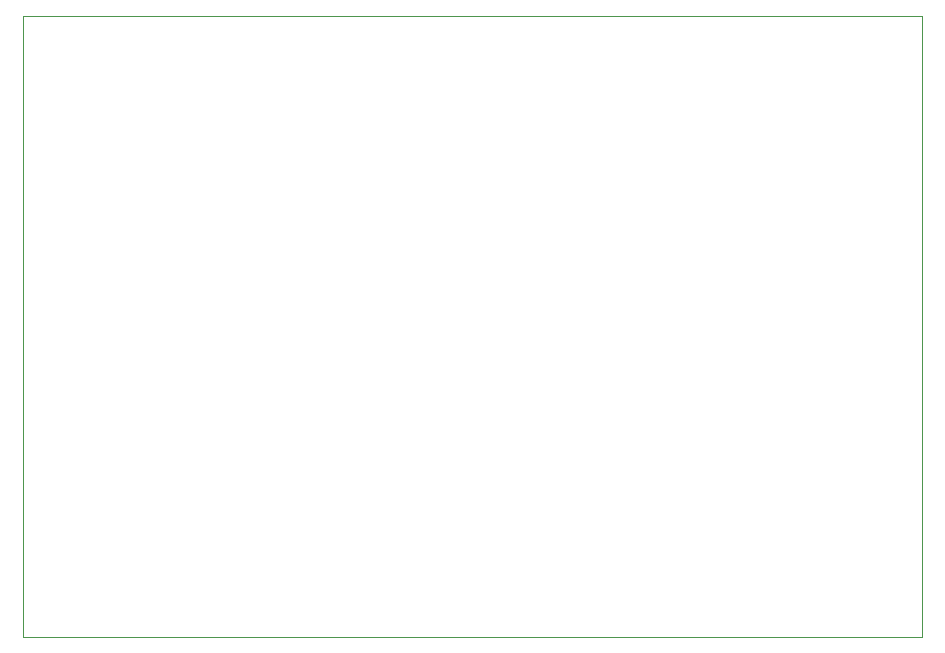
<source format=gbr>
G04 #@! TF.GenerationSoftware,KiCad,Pcbnew,(5.1.2)-2*
G04 #@! TF.CreationDate,2020-09-10T18:09:44+02:00*
G04 #@! TF.ProjectId,enclosure_helper,656e636c-6f73-4757-9265-5f68656c7065,rev?*
G04 #@! TF.SameCoordinates,Original*
G04 #@! TF.FileFunction,Profile,NP*
%FSLAX46Y46*%
G04 Gerber Fmt 4.6, Leading zero omitted, Abs format (unit mm)*
G04 Created by KiCad (PCBNEW (5.1.2)-2) date 2020-09-10 18:09:44*
%MOMM*%
%LPD*%
G04 APERTURE LIST*
%ADD10C,0.100000*%
G04 APERTURE END LIST*
D10*
X108712000Y-69519800D02*
X114439700Y-69519800D01*
X108712000Y-69570600D02*
X108712000Y-69519800D01*
X108712000Y-69583300D02*
X108712000Y-69570600D01*
X108712000Y-69608700D02*
X108712000Y-69583300D01*
X108712000Y-69684900D02*
X108712000Y-69608700D01*
X108712000Y-77355700D02*
X108712000Y-69684900D01*
X108712000Y-85471000D02*
X108712000Y-77355700D01*
X108712000Y-87884000D02*
X108712000Y-85471000D01*
X108712000Y-99263200D02*
X108712000Y-87884000D01*
X108712000Y-101930200D02*
X108712000Y-99263200D01*
X108712000Y-104749600D02*
X108712000Y-101930200D01*
X108712000Y-106235500D02*
X108712000Y-104749600D01*
X108712000Y-112953800D02*
X108712000Y-106235500D01*
X108712000Y-117284500D02*
X108712000Y-112953800D01*
X108712000Y-122097800D02*
X108712000Y-117284500D01*
X108839000Y-122097800D02*
X108712000Y-122097800D01*
X109067600Y-122097800D02*
X108839000Y-122097800D01*
X114439700Y-122097800D02*
X109067600Y-122097800D01*
X184797700Y-122097800D02*
X184797700Y-69519800D01*
X114439700Y-122097800D02*
X184797700Y-122097800D01*
X184797700Y-69519800D02*
X114439700Y-69519800D01*
M02*

</source>
